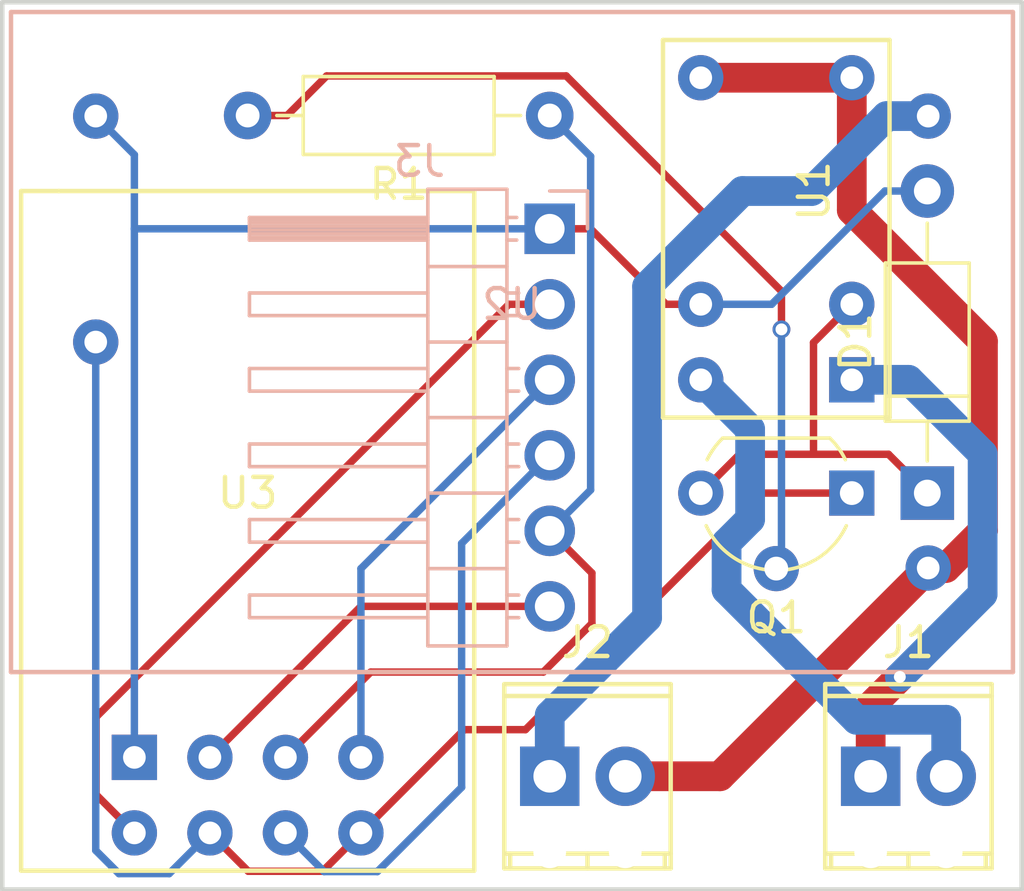
<source format=kicad_pcb>
(kicad_pcb (version 4) (host pcbnew 4.0.7)

  (general
    (links 22)
    (no_connects 0)
    (area 103.324999 81.645 138.305 119.930001)
    (thickness 1.6)
    (drawings 4)
    (tracks 85)
    (zones 0)
    (modules 9)
    (nets 14)
  )

  (page A4)
  (layers
    (0 F.Cu signal)
    (31 B.Cu signal)
    (32 B.Adhes user)
    (33 F.Adhes user)
    (34 B.Paste user)
    (35 F.Paste user)
    (36 B.SilkS user)
    (37 F.SilkS user)
    (38 B.Mask user)
    (39 F.Mask user)
    (40 Dwgs.User user)
    (41 Cmts.User user)
    (42 Eco1.User user)
    (43 Eco2.User user)
    (44 Edge.Cuts user)
    (45 Margin user)
    (46 B.CrtYd user)
    (47 F.CrtYd user)
    (48 B.Fab user)
    (49 F.Fab user)
  )

  (setup
    (last_trace_width 0.25)
    (trace_clearance 0.4)
    (zone_clearance 0.508)
    (zone_45_only no)
    (trace_min 0.2)
    (segment_width 0.2)
    (edge_width 0.15)
    (via_size 0.6)
    (via_drill 0.4)
    (via_min_size 0.4)
    (via_min_drill 0.3)
    (uvia_size 0.3)
    (uvia_drill 0.1)
    (uvias_allowed no)
    (uvia_min_size 0.2)
    (uvia_min_drill 0.1)
    (pcb_text_width 0.3)
    (pcb_text_size 1.5 1.5)
    (mod_edge_width 0.15)
    (mod_text_size 1 1)
    (mod_text_width 0.15)
    (pad_size 1.524 1.524)
    (pad_drill 0.762)
    (pad_to_mask_clearance 0.2)
    (aux_axis_origin 0 0)
    (visible_elements 7FFFFFFF)
    (pcbplotparams
      (layerselection 0x00030_80000001)
      (usegerberextensions false)
      (excludeedgelayer true)
      (linewidth 0.100000)
      (plotframeref false)
      (viasonmask false)
      (mode 1)
      (useauxorigin false)
      (hpglpennumber 1)
      (hpglpenspeed 20)
      (hpglpendiameter 15)
      (hpglpenoverlay 2)
      (psnegative false)
      (psa4output false)
      (plotreference true)
      (plotvalue true)
      (plotinvisibletext false)
      (padsonsilk false)
      (subtractmaskfromsilk false)
      (outputformat 1)
      (mirror false)
      (drillshape 1)
      (scaleselection 1)
      (outputdirectory ""))
  )

  (net 0 "")
  (net 1 "Net-(D1-Pad1)")
  (net 2 GND)
  (net 3 "Net-(J1-Pad2)")
  (net 4 "Net-(J1-Pad1)")
  (net 5 "Net-(J2-Pad1)")
  (net 6 "Net-(J3-Pad2)")
  (net 7 "Net-(J3-Pad3)")
  (net 8 "Net-(J3-Pad4)")
  (net 9 "Net-(J3-Pad5)")
  (net 10 "Net-(J3-Pad6)")
  (net 11 "Net-(Q1-Pad2)")
  (net 12 +3V3)
  (net 13 VAC)

  (net_class Default "This is the default net class."
    (clearance 0.4)
    (trace_width 0.25)
    (via_dia 0.6)
    (via_drill 0.4)
    (uvia_dia 0.3)
    (uvia_drill 0.1)
    (add_net +3V3)
    (add_net GND)
    (add_net "Net-(D1-Pad1)")
    (add_net "Net-(J3-Pad2)")
    (add_net "Net-(J3-Pad3)")
    (add_net "Net-(J3-Pad4)")
    (add_net "Net-(J3-Pad5)")
    (add_net "Net-(J3-Pad6)")
    (add_net "Net-(Q1-Pad2)")
  )

  (net_class AC ""
    (clearance 0.4)
    (trace_width 1)
    (via_dia 0.6)
    (via_drill 0.4)
    (uvia_dia 0.3)
    (uvia_drill 0.1)
    (add_net "Net-(J1-Pad1)")
    (add_net "Net-(J1-Pad2)")
    (add_net "Net-(J2-Pad1)")
    (add_net VAC)
  )

  (module TerminalBlocks_Phoenix:TerminalBlock_Phoenix_MPT-2.54mm_2pol (layer F.Cu) (tedit 59FF0755) (tstamp 5AC2FCB0)
    (at 132.715 116.205)
    (descr "2-way 2.54mm pitch terminal block, Phoenix MPT series")
    (path /5AC3071A)
    (fp_text reference J1 (at 1.27 -4.50088) (layer F.SilkS)
      (effects (font (size 1 1) (thickness 0.15)))
    )
    (fp_text value Out (at -3.175 1.905) (layer F.Fab)
      (effects (font (size 1 1) (thickness 0.15)))
    )
    (fp_text user %R (at 1.27 1.045) (layer F.Fab)
      (effects (font (size 1 1) (thickness 0.15)))
    )
    (fp_line (start -1.7 -3.3) (end 4.3 -3.3) (layer F.CrtYd) (width 0.05))
    (fp_line (start -1.7 3.3) (end -1.7 -3.3) (layer F.CrtYd) (width 0.05))
    (fp_line (start 4.3 3.3) (end -1.7 3.3) (layer F.CrtYd) (width 0.05))
    (fp_line (start 4.3 -3.3) (end 4.3 3.3) (layer F.CrtYd) (width 0.05))
    (fp_line (start 4.06908 2.60096) (end -1.52908 2.60096) (layer F.SilkS) (width 0.15))
    (fp_line (start -1.33096 3.0988) (end -1.33096 2.60096) (layer F.SilkS) (width 0.15))
    (fp_line (start 3.87096 2.60096) (end 3.87096 3.0988) (layer F.SilkS) (width 0.15))
    (fp_line (start 1.27 3.0988) (end 1.27 2.60096) (layer F.SilkS) (width 0.15))
    (fp_line (start -1.52908 -2.70002) (end 4.06908 -2.70002) (layer F.SilkS) (width 0.15))
    (fp_line (start -1.52908 3.0988) (end 4.06908 3.0988) (layer F.SilkS) (width 0.15))
    (fp_line (start 4.06908 3.0988) (end 4.06908 -3.0988) (layer F.SilkS) (width 0.15))
    (fp_line (start 4.06908 -3.0988) (end -1.52908 -3.0988) (layer F.SilkS) (width 0.15))
    (fp_line (start -1.52908 -3.0988) (end -1.52908 3.0988) (layer F.SilkS) (width 0.15))
    (pad 2 thru_hole oval (at 2.54 0) (size 1.99898 1.99898) (drill 1.09728) (layers *.Cu *.Mask)
      (net 3 "Net-(J1-Pad2)"))
    (pad 1 thru_hole rect (at 0 0) (size 1.99898 1.99898) (drill 1.09728) (layers *.Cu *.Mask)
      (net 4 "Net-(J1-Pad1)"))
    (pad "" np_thru_hole circle (at 0 2.54) (size 1.1 1.1) (drill 1.1) (layers *.Cu *.Mask))
    (pad "" np_thru_hole circle (at 2.54 2.54) (size 1.1 1.1) (drill 1.1) (layers *.Cu *.Mask))
    (model ${KISYS3DMOD}/TerminalBlock_Phoenix.3dshapes/TerminalBlock_Phoenix_MPT-2.54mm_2pol.wrl
      (at (xyz 0.05 0 0))
      (scale (xyz 1 1 1))
      (rotate (xyz 0 0 0))
    )
  )

  (module TerminalBlocks_Phoenix:TerminalBlock_Phoenix_MPT-2.54mm_2pol (layer F.Cu) (tedit 59FF0755) (tstamp 5AC2FCB8)
    (at 121.92 116.205)
    (descr "2-way 2.54mm pitch terminal block, Phoenix MPT series")
    (path /5AC30B00)
    (fp_text reference J2 (at 1.27 -4.50088) (layer F.SilkS)
      (effects (font (size 1 1) (thickness 0.15)))
    )
    (fp_text value AC (at 5.715 -1.27) (layer F.Fab)
      (effects (font (size 1 1) (thickness 0.15)))
    )
    (fp_text user %R (at 1.27 1.045 90) (layer F.Fab)
      (effects (font (size 1 1) (thickness 0.15)))
    )
    (fp_line (start -1.7 -3.3) (end 4.3 -3.3) (layer F.CrtYd) (width 0.05))
    (fp_line (start -1.7 3.3) (end -1.7 -3.3) (layer F.CrtYd) (width 0.05))
    (fp_line (start 4.3 3.3) (end -1.7 3.3) (layer F.CrtYd) (width 0.05))
    (fp_line (start 4.3 -3.3) (end 4.3 3.3) (layer F.CrtYd) (width 0.05))
    (fp_line (start 4.06908 2.60096) (end -1.52908 2.60096) (layer F.SilkS) (width 0.15))
    (fp_line (start -1.33096 3.0988) (end -1.33096 2.60096) (layer F.SilkS) (width 0.15))
    (fp_line (start 3.87096 2.60096) (end 3.87096 3.0988) (layer F.SilkS) (width 0.15))
    (fp_line (start 1.27 3.0988) (end 1.27 2.60096) (layer F.SilkS) (width 0.15))
    (fp_line (start -1.52908 -2.70002) (end 4.06908 -2.70002) (layer F.SilkS) (width 0.15))
    (fp_line (start -1.52908 3.0988) (end 4.06908 3.0988) (layer F.SilkS) (width 0.15))
    (fp_line (start 4.06908 3.0988) (end 4.06908 -3.0988) (layer F.SilkS) (width 0.15))
    (fp_line (start 4.06908 -3.0988) (end -1.52908 -3.0988) (layer F.SilkS) (width 0.15))
    (fp_line (start -1.52908 -3.0988) (end -1.52908 3.0988) (layer F.SilkS) (width 0.15))
    (pad 2 thru_hole oval (at 2.54 0) (size 1.99898 1.99898) (drill 1.09728) (layers *.Cu *.Mask)
      (net 13 VAC))
    (pad 1 thru_hole rect (at 0 0) (size 1.99898 1.99898) (drill 1.09728) (layers *.Cu *.Mask)
      (net 5 "Net-(J2-Pad1)"))
    (pad "" np_thru_hole circle (at 0 2.54) (size 1.1 1.1) (drill 1.1) (layers *.Cu *.Mask))
    (pad "" np_thru_hole circle (at 2.54 2.54) (size 1.1 1.1) (drill 1.1) (layers *.Cu *.Mask))
    (model ${KISYS3DMOD}/TerminalBlock_Phoenix.3dshapes/TerminalBlock_Phoenix_MPT-2.54mm_2pol.wrl
      (at (xyz 0.05 0 0))
      (scale (xyz 1 1 1))
      (rotate (xyz 0 0 0))
    )
  )

  (module Pin_Headers:Pin_Header_Angled_1x06_Pitch2.54mm (layer B.Cu) (tedit 59650532) (tstamp 5AC2FCC2)
    (at 121.92 97.79 180)
    (descr "Through hole angled pin header, 1x06, 2.54mm pitch, 6mm pin length, single row")
    (tags "Through hole angled pin header THT 1x06 2.54mm single row")
    (path /5AC30041)
    (fp_text reference J3 (at 4.385 2.27 180) (layer B.SilkS)
      (effects (font (size 1 1) (thickness 0.15)) (justify mirror))
    )
    (fp_text value Debug (at 4.385 -14.97 180) (layer B.Fab)
      (effects (font (size 1 1) (thickness 0.15)) (justify mirror))
    )
    (fp_line (start 2.135 1.27) (end 4.04 1.27) (layer B.Fab) (width 0.1))
    (fp_line (start 4.04 1.27) (end 4.04 -13.97) (layer B.Fab) (width 0.1))
    (fp_line (start 4.04 -13.97) (end 1.5 -13.97) (layer B.Fab) (width 0.1))
    (fp_line (start 1.5 -13.97) (end 1.5 0.635) (layer B.Fab) (width 0.1))
    (fp_line (start 1.5 0.635) (end 2.135 1.27) (layer B.Fab) (width 0.1))
    (fp_line (start -0.32 0.32) (end 1.5 0.32) (layer B.Fab) (width 0.1))
    (fp_line (start -0.32 0.32) (end -0.32 -0.32) (layer B.Fab) (width 0.1))
    (fp_line (start -0.32 -0.32) (end 1.5 -0.32) (layer B.Fab) (width 0.1))
    (fp_line (start 4.04 0.32) (end 10.04 0.32) (layer B.Fab) (width 0.1))
    (fp_line (start 10.04 0.32) (end 10.04 -0.32) (layer B.Fab) (width 0.1))
    (fp_line (start 4.04 -0.32) (end 10.04 -0.32) (layer B.Fab) (width 0.1))
    (fp_line (start -0.32 -2.22) (end 1.5 -2.22) (layer B.Fab) (width 0.1))
    (fp_line (start -0.32 -2.22) (end -0.32 -2.86) (layer B.Fab) (width 0.1))
    (fp_line (start -0.32 -2.86) (end 1.5 -2.86) (layer B.Fab) (width 0.1))
    (fp_line (start 4.04 -2.22) (end 10.04 -2.22) (layer B.Fab) (width 0.1))
    (fp_line (start 10.04 -2.22) (end 10.04 -2.86) (layer B.Fab) (width 0.1))
    (fp_line (start 4.04 -2.86) (end 10.04 -2.86) (layer B.Fab) (width 0.1))
    (fp_line (start -0.32 -4.76) (end 1.5 -4.76) (layer B.Fab) (width 0.1))
    (fp_line (start -0.32 -4.76) (end -0.32 -5.4) (layer B.Fab) (width 0.1))
    (fp_line (start -0.32 -5.4) (end 1.5 -5.4) (layer B.Fab) (width 0.1))
    (fp_line (start 4.04 -4.76) (end 10.04 -4.76) (layer B.Fab) (width 0.1))
    (fp_line (start 10.04 -4.76) (end 10.04 -5.4) (layer B.Fab) (width 0.1))
    (fp_line (start 4.04 -5.4) (end 10.04 -5.4) (layer B.Fab) (width 0.1))
    (fp_line (start -0.32 -7.3) (end 1.5 -7.3) (layer B.Fab) (width 0.1))
    (fp_line (start -0.32 -7.3) (end -0.32 -7.94) (layer B.Fab) (width 0.1))
    (fp_line (start -0.32 -7.94) (end 1.5 -7.94) (layer B.Fab) (width 0.1))
    (fp_line (start 4.04 -7.3) (end 10.04 -7.3) (layer B.Fab) (width 0.1))
    (fp_line (start 10.04 -7.3) (end 10.04 -7.94) (layer B.Fab) (width 0.1))
    (fp_line (start 4.04 -7.94) (end 10.04 -7.94) (layer B.Fab) (width 0.1))
    (fp_line (start -0.32 -9.84) (end 1.5 -9.84) (layer B.Fab) (width 0.1))
    (fp_line (start -0.32 -9.84) (end -0.32 -10.48) (layer B.Fab) (width 0.1))
    (fp_line (start -0.32 -10.48) (end 1.5 -10.48) (layer B.Fab) (width 0.1))
    (fp_line (start 4.04 -9.84) (end 10.04 -9.84) (layer B.Fab) (width 0.1))
    (fp_line (start 10.04 -9.84) (end 10.04 -10.48) (layer B.Fab) (width 0.1))
    (fp_line (start 4.04 -10.48) (end 10.04 -10.48) (layer B.Fab) (width 0.1))
    (fp_line (start -0.32 -12.38) (end 1.5 -12.38) (layer B.Fab) (width 0.1))
    (fp_line (start -0.32 -12.38) (end -0.32 -13.02) (layer B.Fab) (width 0.1))
    (fp_line (start -0.32 -13.02) (end 1.5 -13.02) (layer B.Fab) (width 0.1))
    (fp_line (start 4.04 -12.38) (end 10.04 -12.38) (layer B.Fab) (width 0.1))
    (fp_line (start 10.04 -12.38) (end 10.04 -13.02) (layer B.Fab) (width 0.1))
    (fp_line (start 4.04 -13.02) (end 10.04 -13.02) (layer B.Fab) (width 0.1))
    (fp_line (start 1.44 1.33) (end 1.44 -14.03) (layer B.SilkS) (width 0.12))
    (fp_line (start 1.44 -14.03) (end 4.1 -14.03) (layer B.SilkS) (width 0.12))
    (fp_line (start 4.1 -14.03) (end 4.1 1.33) (layer B.SilkS) (width 0.12))
    (fp_line (start 4.1 1.33) (end 1.44 1.33) (layer B.SilkS) (width 0.12))
    (fp_line (start 4.1 0.38) (end 10.1 0.38) (layer B.SilkS) (width 0.12))
    (fp_line (start 10.1 0.38) (end 10.1 -0.38) (layer B.SilkS) (width 0.12))
    (fp_line (start 10.1 -0.38) (end 4.1 -0.38) (layer B.SilkS) (width 0.12))
    (fp_line (start 4.1 0.32) (end 10.1 0.32) (layer B.SilkS) (width 0.12))
    (fp_line (start 4.1 0.2) (end 10.1 0.2) (layer B.SilkS) (width 0.12))
    (fp_line (start 4.1 0.08) (end 10.1 0.08) (layer B.SilkS) (width 0.12))
    (fp_line (start 4.1 -0.04) (end 10.1 -0.04) (layer B.SilkS) (width 0.12))
    (fp_line (start 4.1 -0.16) (end 10.1 -0.16) (layer B.SilkS) (width 0.12))
    (fp_line (start 4.1 -0.28) (end 10.1 -0.28) (layer B.SilkS) (width 0.12))
    (fp_line (start 1.11 0.38) (end 1.44 0.38) (layer B.SilkS) (width 0.12))
    (fp_line (start 1.11 -0.38) (end 1.44 -0.38) (layer B.SilkS) (width 0.12))
    (fp_line (start 1.44 -1.27) (end 4.1 -1.27) (layer B.SilkS) (width 0.12))
    (fp_line (start 4.1 -2.16) (end 10.1 -2.16) (layer B.SilkS) (width 0.12))
    (fp_line (start 10.1 -2.16) (end 10.1 -2.92) (layer B.SilkS) (width 0.12))
    (fp_line (start 10.1 -2.92) (end 4.1 -2.92) (layer B.SilkS) (width 0.12))
    (fp_line (start 1.042929 -2.16) (end 1.44 -2.16) (layer B.SilkS) (width 0.12))
    (fp_line (start 1.042929 -2.92) (end 1.44 -2.92) (layer B.SilkS) (width 0.12))
    (fp_line (start 1.44 -3.81) (end 4.1 -3.81) (layer B.SilkS) (width 0.12))
    (fp_line (start 4.1 -4.7) (end 10.1 -4.7) (layer B.SilkS) (width 0.12))
    (fp_line (start 10.1 -4.7) (end 10.1 -5.46) (layer B.SilkS) (width 0.12))
    (fp_line (start 10.1 -5.46) (end 4.1 -5.46) (layer B.SilkS) (width 0.12))
    (fp_line (start 1.042929 -4.7) (end 1.44 -4.7) (layer B.SilkS) (width 0.12))
    (fp_line (start 1.042929 -5.46) (end 1.44 -5.46) (layer B.SilkS) (width 0.12))
    (fp_line (start 1.44 -6.35) (end 4.1 -6.35) (layer B.SilkS) (width 0.12))
    (fp_line (start 4.1 -7.24) (end 10.1 -7.24) (layer B.SilkS) (width 0.12))
    (fp_line (start 10.1 -7.24) (end 10.1 -8) (layer B.SilkS) (width 0.12))
    (fp_line (start 10.1 -8) (end 4.1 -8) (layer B.SilkS) (width 0.12))
    (fp_line (start 1.042929 -7.24) (end 1.44 -7.24) (layer B.SilkS) (width 0.12))
    (fp_line (start 1.042929 -8) (end 1.44 -8) (layer B.SilkS) (width 0.12))
    (fp_line (start 1.44 -8.89) (end 4.1 -8.89) (layer B.SilkS) (width 0.12))
    (fp_line (start 4.1 -9.78) (end 10.1 -9.78) (layer B.SilkS) (width 0.12))
    (fp_line (start 10.1 -9.78) (end 10.1 -10.54) (layer B.SilkS) (width 0.12))
    (fp_line (start 10.1 -10.54) (end 4.1 -10.54) (layer B.SilkS) (width 0.12))
    (fp_line (start 1.042929 -9.78) (end 1.44 -9.78) (layer B.SilkS) (width 0.12))
    (fp_line (start 1.042929 -10.54) (end 1.44 -10.54) (layer B.SilkS) (width 0.12))
    (fp_line (start 1.44 -11.43) (end 4.1 -11.43) (layer B.SilkS) (width 0.12))
    (fp_line (start 4.1 -12.32) (end 10.1 -12.32) (layer B.SilkS) (width 0.12))
    (fp_line (start 10.1 -12.32) (end 10.1 -13.08) (layer B.SilkS) (width 0.12))
    (fp_line (start 10.1 -13.08) (end 4.1 -13.08) (layer B.SilkS) (width 0.12))
    (fp_line (start 1.042929 -12.32) (end 1.44 -12.32) (layer B.SilkS) (width 0.12))
    (fp_line (start 1.042929 -13.08) (end 1.44 -13.08) (layer B.SilkS) (width 0.12))
    (fp_line (start -1.27 0) (end -1.27 1.27) (layer B.SilkS) (width 0.12))
    (fp_line (start -1.27 1.27) (end 0 1.27) (layer B.SilkS) (width 0.12))
    (fp_line (start -1.8 1.8) (end -1.8 -14.5) (layer B.CrtYd) (width 0.05))
    (fp_line (start -1.8 -14.5) (end 10.55 -14.5) (layer B.CrtYd) (width 0.05))
    (fp_line (start 10.55 -14.5) (end 10.55 1.8) (layer B.CrtYd) (width 0.05))
    (fp_line (start 10.55 1.8) (end -1.8 1.8) (layer B.CrtYd) (width 0.05))
    (fp_text user %R (at 2.77 -6.35 450) (layer B.Fab)
      (effects (font (size 1 1) (thickness 0.15)) (justify mirror))
    )
    (pad 1 thru_hole rect (at 0 0 180) (size 1.7 1.7) (drill 1) (layers *.Cu *.Mask)
      (net 2 GND))
    (pad 2 thru_hole oval (at 0 -2.54 180) (size 1.7 1.7) (drill 1) (layers *.Cu *.Mask)
      (net 6 "Net-(J3-Pad2)"))
    (pad 3 thru_hole oval (at 0 -5.08 180) (size 1.7 1.7) (drill 1) (layers *.Cu *.Mask)
      (net 7 "Net-(J3-Pad3)"))
    (pad 4 thru_hole oval (at 0 -7.62 180) (size 1.7 1.7) (drill 1) (layers *.Cu *.Mask)
      (net 8 "Net-(J3-Pad4)"))
    (pad 5 thru_hole oval (at 0 -10.16 180) (size 1.7 1.7) (drill 1) (layers *.Cu *.Mask)
      (net 9 "Net-(J3-Pad5)"))
    (pad 6 thru_hole oval (at 0 -12.7 180) (size 1.7 1.7) (drill 1) (layers *.Cu *.Mask)
      (net 10 "Net-(J3-Pad6)"))
    (model ${KISYS3DMOD}/Pin_Headers.3dshapes/Pin_Header_Angled_1x06_Pitch2.54mm.wrl
      (at (xyz 0 0 0))
      (scale (xyz 1 1 1))
      (rotate (xyz 0 0 0))
    )
  )

  (module TO_SOT_Packages_THT:TO-92_Molded_Wide (layer F.Cu) (tedit 58CE52AF) (tstamp 5AC2FCC9)
    (at 132.08 106.68 180)
    (descr "TO-92 leads molded, wide, drill 0.8mm (see NXP sot054_po.pdf)")
    (tags "to-92 sc-43 sc-43a sot54 PA33 transistor")
    (path /5AC179BE)
    (fp_text reference Q1 (at 2.54 -4.19 360) (layer F.SilkS)
      (effects (font (size 1 1) (thickness 0.15)))
    )
    (fp_text value 2N3906 (at 6.985 -1.27 270) (layer F.Fab)
      (effects (font (size 1 1) (thickness 0.15)))
    )
    (fp_text user %R (at 2.54 -4.19 360) (layer F.Fab)
      (effects (font (size 1 1) (thickness 0.15)))
    )
    (fp_line (start 0.74 1.85) (end 4.34 1.85) (layer F.SilkS) (width 0.12))
    (fp_line (start 0.8 1.75) (end 4.3 1.75) (layer F.Fab) (width 0.1))
    (fp_line (start -1.01 -3.55) (end 6.09 -3.55) (layer F.CrtYd) (width 0.05))
    (fp_line (start -1.01 -3.55) (end -1.01 2.01) (layer F.CrtYd) (width 0.05))
    (fp_line (start 6.09 2.01) (end 6.09 -3.55) (layer F.CrtYd) (width 0.05))
    (fp_line (start 6.09 2.01) (end -1.01 2.01) (layer F.CrtYd) (width 0.05))
    (fp_arc (start 2.54 0) (end 0.74 1.85) (angle 20) (layer F.SilkS) (width 0.12))
    (fp_arc (start 2.54 0) (end 2.54 -2.6) (angle -65) (layer F.SilkS) (width 0.12))
    (fp_arc (start 2.54 0) (end 2.54 -2.6) (angle 65) (layer F.SilkS) (width 0.12))
    (fp_arc (start 2.54 0) (end 2.54 -2.48) (angle 135) (layer F.Fab) (width 0.1))
    (fp_arc (start 2.54 0) (end 2.54 -2.48) (angle -135) (layer F.Fab) (width 0.1))
    (fp_arc (start 2.54 0) (end 4.34 1.85) (angle -20) (layer F.SilkS) (width 0.12))
    (pad 2 thru_hole circle (at 2.54 -2.54 270) (size 1.52 1.52) (drill 0.8) (layers *.Cu *.Mask)
      (net 11 "Net-(Q1-Pad2)"))
    (pad 3 thru_hole circle (at 5.08 0 270) (size 1.52 1.52) (drill 0.8) (layers *.Cu *.Mask)
      (net 1 "Net-(D1-Pad1)"))
    (pad 1 thru_hole rect (at 0 0 270) (size 1.52 1.52) (drill 0.8) (layers *.Cu *.Mask)
      (net 12 +3V3))
    (model ${KISYS3DMOD}/TO_SOT_Packages_THT.3dshapes/TO-92_Molded_Wide.wrl
      (at (xyz 0.1 0 0))
      (scale (xyz 1 1 1))
      (rotate (xyz 0 0 -90))
    )
  )

  (module Resistors_THT:R_Axial_DIN0207_L6.3mm_D2.5mm_P10.16mm_Horizontal (layer F.Cu) (tedit 5874F706) (tstamp 5AC2FCCF)
    (at 121.92 93.98 180)
    (descr "Resistor, Axial_DIN0207 series, Axial, Horizontal, pin pitch=10.16mm, 0.25W = 1/4W, length*diameter=6.3*2.5mm^2, http://cdn-reichelt.de/documents/datenblatt/B400/1_4W%23YAG.pdf")
    (tags "Resistor Axial_DIN0207 series Axial Horizontal pin pitch 10.16mm 0.25W = 1/4W length 6.3mm diameter 2.5mm")
    (path /5AC17A35)
    (fp_text reference R1 (at 5.08 -2.31 180) (layer F.SilkS)
      (effects (font (size 1 1) (thickness 0.15)))
    )
    (fp_text value R470 (at 5.08 2.31 180) (layer F.Fab)
      (effects (font (size 1 1) (thickness 0.15)))
    )
    (fp_line (start 1.93 -1.25) (end 1.93 1.25) (layer F.Fab) (width 0.1))
    (fp_line (start 1.93 1.25) (end 8.23 1.25) (layer F.Fab) (width 0.1))
    (fp_line (start 8.23 1.25) (end 8.23 -1.25) (layer F.Fab) (width 0.1))
    (fp_line (start 8.23 -1.25) (end 1.93 -1.25) (layer F.Fab) (width 0.1))
    (fp_line (start 0 0) (end 1.93 0) (layer F.Fab) (width 0.1))
    (fp_line (start 10.16 0) (end 8.23 0) (layer F.Fab) (width 0.1))
    (fp_line (start 1.87 -1.31) (end 1.87 1.31) (layer F.SilkS) (width 0.12))
    (fp_line (start 1.87 1.31) (end 8.29 1.31) (layer F.SilkS) (width 0.12))
    (fp_line (start 8.29 1.31) (end 8.29 -1.31) (layer F.SilkS) (width 0.12))
    (fp_line (start 8.29 -1.31) (end 1.87 -1.31) (layer F.SilkS) (width 0.12))
    (fp_line (start 0.98 0) (end 1.87 0) (layer F.SilkS) (width 0.12))
    (fp_line (start 9.18 0) (end 8.29 0) (layer F.SilkS) (width 0.12))
    (fp_line (start -1.05 -1.6) (end -1.05 1.6) (layer F.CrtYd) (width 0.05))
    (fp_line (start -1.05 1.6) (end 11.25 1.6) (layer F.CrtYd) (width 0.05))
    (fp_line (start 11.25 1.6) (end 11.25 -1.6) (layer F.CrtYd) (width 0.05))
    (fp_line (start 11.25 -1.6) (end -1.05 -1.6) (layer F.CrtYd) (width 0.05))
    (pad 1 thru_hole circle (at 0 0 180) (size 1.6 1.6) (drill 0.8) (layers *.Cu *.Mask)
      (net 9 "Net-(J3-Pad5)"))
    (pad 2 thru_hole oval (at 10.16 0 180) (size 1.6 1.6) (drill 0.8) (layers *.Cu *.Mask)
      (net 11 "Net-(Q1-Pad2)"))
    (model ${KISYS3DMOD}/Resistors_THT.3dshapes/R_Axial_DIN0207_L6.3mm_D2.5mm_P10.16mm_Horizontal.wrl
      (at (xyz 0 0 0))
      (scale (xyz 0.393701 0.393701 0.393701))
      (rotate (xyz 0 0 0))
    )
  )

  (module espRelayFootprint:G5V-1-DC (layer F.Cu) (tedit 5AC2FD3E) (tstamp 5AC2FCDD)
    (at 129.54 99.06 90)
    (path /5AC1792D)
    (fp_text reference U1 (at 2.54 1.27 90) (layer F.SilkS)
      (effects (font (size 1 1) (thickness 0.15)))
    )
    (fp_text value G5V-1-DC3 (at 1.27 0 90) (layer F.Fab)
      (effects (font (size 1 1) (thickness 0.15)))
    )
    (fp_line (start 7.62 -3.81) (end 7.62 3.81) (layer F.SilkS) (width 0.15))
    (fp_line (start -5.08 -3.81) (end 7.62 -3.81) (layer F.SilkS) (width 0.15))
    (fp_line (start -5.08 3.81) (end 7.62 3.81) (layer F.SilkS) (width 0.15))
    (fp_line (start -5.08 -3.81) (end -5.08 3.81) (layer F.SilkS) (width 0.15))
    (pad 1 thru_hole rect (at -3.81 2.54 90) (size 1.524 1.524) (drill 0.762) (layers *.Cu *.Mask)
      (net 4 "Net-(J1-Pad1)"))
    (pad 10 thru_hole circle (at -3.81 -2.54 90) (size 1.524 1.524) (drill 0.762) (layers *.Cu *.Mask)
      (net 3 "Net-(J1-Pad2)"))
    (pad 9 thru_hole circle (at -1.27 -2.54 90) (size 1.524 1.524) (drill 0.762) (layers *.Cu *.Mask)
      (net 2 GND))
    (pad 2 thru_hole circle (at -1.27 2.54 90) (size 1.524 1.524) (drill 0.762) (layers *.Cu *.Mask)
      (net 1 "Net-(D1-Pad1)"))
    (pad 6 thru_hole circle (at 6.35 -2.54 90) (size 1.524 1.524) (drill 0.762) (layers *.Cu *.Mask)
      (net 13 VAC))
    (pad 5 thru_hole circle (at 6.35 2.54 90) (size 1.524 1.524) (drill 0.762) (layers *.Cu *.Mask)
      (net 13 VAC))
  )

  (module espRelayFootprint:IRM-02 (layer B.Cu) (tedit 5AC2FDD2) (tstamp 5AC2FCE9)
    (at 120.65 101.6)
    (path /5AC174C4)
    (fp_text reference U2 (at 0 -1.27) (layer B.SilkS)
      (effects (font (size 1 1) (thickness 0.15)) (justify mirror))
    )
    (fp_text value IRM-02-3.3 (at 0 0.5) (layer B.Fab)
      (effects (font (size 1 1) (thickness 0.15)) (justify mirror))
    )
    (fp_line (start -16.85 -11.1) (end 16.85 -11.1) (layer B.SilkS) (width 0.15))
    (fp_line (start -16.85 -11.1) (end -16.85 11.1) (layer B.SilkS) (width 0.15))
    (fp_line (start -16.85 11.1) (end 16.85 11.1) (layer B.SilkS) (width 0.15))
    (fp_line (start 16.85 -11.1) (end 16.85 11.1) (layer B.SilkS) (width 0.15))
    (pad 13 thru_hole circle (at -14 -7.6) (size 1.524 1.524) (drill 0.762) (layers *.Cu *.Mask)
      (net 2 GND))
    (pad 12 thru_hole circle (at -14 0) (size 1.524 1.524) (drill 0.762) (layers *.Cu *.Mask)
      (net 12 +3V3))
    (pad 1 thru_hole circle (at 14 7.6) (size 1.524 1.524) (drill 0.762) (layers *.Cu *.Mask)
      (net 13 VAC))
    (pad 24 thru_hole circle (at 14 -7.6) (size 1.524 1.524) (drill 0.762) (layers *.Cu *.Mask)
      (net 5 "Net-(J2-Pad1)"))
  )

  (module espRelayFootprint:ESP8266-01 (layer F.Cu) (tedit 5AC2FD8A) (tstamp 5AC2FCFA)
    (at 111.76 105.41)
    (path /5AC171EA)
    (fp_text reference U3 (at 0 1.27) (layer F.SilkS)
      (effects (font (size 1 1) (thickness 0.15)))
    )
    (fp_text value ESP8266 (at 0 -0.5) (layer F.Fab)
      (effects (font (size 1 1) (thickness 0.15)))
    )
    (fp_line (start -7.62 -8.89) (end -7.62 13.97) (layer F.SilkS) (width 0.15))
    (fp_line (start 7.62 -8.89) (end 7.62 13.97) (layer F.SilkS) (width 0.15))
    (fp_line (start -7.62 13.97) (end 7.62 13.97) (layer F.SilkS) (width 0.15))
    (fp_line (start 7.62 -8.89) (end -6.35 -8.89) (layer F.SilkS) (width 0.15))
    (fp_line (start -6.35 -8.89) (end -7.62 -8.89) (layer F.SilkS) (width 0.15))
    (pad 1 thru_hole rect (at -3.81 10.16) (size 1.524 1.524) (drill 0.762) (layers *.Cu *.Mask)
      (net 2 GND))
    (pad 3 thru_hole circle (at -1.27 10.16) (size 1.524 1.524) (drill 0.762) (layers *.Cu *.Mask)
      (net 10 "Net-(J3-Pad6)"))
    (pad 5 thru_hole circle (at 1.27 10.16) (size 1.524 1.524) (drill 0.762) (layers *.Cu *.Mask)
      (net 9 "Net-(J3-Pad5)"))
    (pad 7 thru_hole circle (at 3.81 10.16) (size 1.524 1.524) (drill 0.762) (layers *.Cu *.Mask)
      (net 7 "Net-(J3-Pad3)"))
    (pad 2 thru_hole circle (at -3.81 12.7) (size 1.524 1.524) (drill 0.762) (layers *.Cu *.Mask)
      (net 6 "Net-(J3-Pad2)"))
    (pad 4 thru_hole circle (at -1.27 12.7) (size 1.524 1.524) (drill 0.762) (layers *.Cu *.Mask)
      (net 12 +3V3))
    (pad 6 thru_hole circle (at 1.27 12.7) (size 1.524 1.524) (drill 0.762) (layers *.Cu *.Mask)
      (net 8 "Net-(J3-Pad4)"))
    (pad 8 thru_hole circle (at 3.81 12.7) (size 1.524 1.524) (drill 0.762) (layers *.Cu *.Mask)
      (net 12 +3V3))
  )

  (module Diodes_THT:D_A-405_P10.16mm_Horizontal (layer F.Cu) (tedit 5921392E) (tstamp 5AC2FCA8)
    (at 134.62 106.68 90)
    (descr "D, A-405 series, Axial, Horizontal, pin pitch=10.16mm, , length*diameter=5.2*2.7mm^2, , http://www.diodes.com/_files/packages/A-405.pdf")
    (tags "D A-405 series Axial Horizontal pin pitch 10.16mm  length 5.2mm diameter 2.7mm")
    (path /5AC17B30)
    (fp_text reference D1 (at 5.08 -2.41 90) (layer F.SilkS)
      (effects (font (size 1 1) (thickness 0.15)))
    )
    (fp_text value D (at 5.08 2.41 90) (layer F.Fab)
      (effects (font (size 1 1) (thickness 0.15)))
    )
    (fp_text user %R (at 5.08 0 90) (layer F.Fab)
      (effects (font (size 1 1) (thickness 0.15)))
    )
    (fp_line (start 2.48 -1.35) (end 2.48 1.35) (layer F.Fab) (width 0.1))
    (fp_line (start 2.48 1.35) (end 7.68 1.35) (layer F.Fab) (width 0.1))
    (fp_line (start 7.68 1.35) (end 7.68 -1.35) (layer F.Fab) (width 0.1))
    (fp_line (start 7.68 -1.35) (end 2.48 -1.35) (layer F.Fab) (width 0.1))
    (fp_line (start 0 0) (end 2.48 0) (layer F.Fab) (width 0.1))
    (fp_line (start 10.16 0) (end 7.68 0) (layer F.Fab) (width 0.1))
    (fp_line (start 3.26 -1.35) (end 3.26 1.35) (layer F.Fab) (width 0.1))
    (fp_line (start 2.42 -1.41) (end 2.42 1.41) (layer F.SilkS) (width 0.12))
    (fp_line (start 2.42 1.41) (end 7.74 1.41) (layer F.SilkS) (width 0.12))
    (fp_line (start 7.74 1.41) (end 7.74 -1.41) (layer F.SilkS) (width 0.12))
    (fp_line (start 7.74 -1.41) (end 2.42 -1.41) (layer F.SilkS) (width 0.12))
    (fp_line (start 1.08 0) (end 2.42 0) (layer F.SilkS) (width 0.12))
    (fp_line (start 9.08 0) (end 7.74 0) (layer F.SilkS) (width 0.12))
    (fp_line (start 3.26 -1.41) (end 3.26 1.41) (layer F.SilkS) (width 0.12))
    (fp_line (start -1.15 -1.7) (end -1.15 1.7) (layer F.CrtYd) (width 0.05))
    (fp_line (start -1.15 1.7) (end 11.35 1.7) (layer F.CrtYd) (width 0.05))
    (fp_line (start 11.35 1.7) (end 11.35 -1.7) (layer F.CrtYd) (width 0.05))
    (fp_line (start 11.35 -1.7) (end -1.15 -1.7) (layer F.CrtYd) (width 0.05))
    (pad 1 thru_hole rect (at 0 0 90) (size 1.8 1.8) (drill 0.9) (layers *.Cu *.Mask)
      (net 1 "Net-(D1-Pad1)"))
    (pad 2 thru_hole oval (at 10.16 0 90) (size 1.8 1.8) (drill 0.9) (layers *.Cu *.Mask)
      (net 2 GND))
    (model ${KISYS3DMOD}/Diodes_THT.3dshapes/D_A-405_P10.16mm_Horizontal.wrl
      (at (xyz 0 0 0))
      (scale (xyz 0.393701 0.393701 0.393701))
      (rotate (xyz 0 0 0))
    )
  )

  (gr_line (start 103.505 120.015) (end 103.505 90.17) (layer Edge.Cuts) (width 0.15))
  (gr_line (start 137.795 120.015) (end 103.505 120.015) (layer Edge.Cuts) (width 0.15))
  (gr_line (start 137.795 90.17) (end 137.795 120.015) (layer Edge.Cuts) (width 0.15))
  (gr_line (start 103.505 90.17) (end 137.795 90.17) (layer Edge.Cuts) (width 0.15))

  (segment (start 130.7926 101.6174) (end 132.08 100.33) (width 0.25) (layer F.Cu) (net 1))
  (segment (start 130.7926 105.3744) (end 130.7926 101.6174) (width 0.25) (layer F.Cu) (net 1))
  (segment (start 133.3144 105.3744) (end 130.7926 105.3744) (width 0.25) (layer F.Cu) (net 1))
  (segment (start 134.62 106.68) (end 133.3144 105.3744) (width 0.25) (layer F.Cu) (net 1))
  (segment (start 128.3056 105.3744) (end 127 106.68) (width 0.25) (layer F.Cu) (net 1))
  (segment (start 130.7926 105.3744) (end 128.3056 105.3744) (width 0.25) (layer F.Cu) (net 1))
  (segment (start 125.8353 100.33) (end 123.2953 97.79) (width 0.25) (layer F.Cu) (net 2))
  (segment (start 127 100.33) (end 125.8353 100.33) (width 0.25) (layer F.Cu) (net 2))
  (segment (start 121.92 97.79) (end 123.2953 97.79) (width 0.25) (layer F.Cu) (net 2))
  (segment (start 121.92 97.79) (end 107.95 97.79) (width 0.25) (layer B.Cu) (net 2))
  (segment (start 107.95 115.57) (end 107.95 97.79) (width 0.25) (layer B.Cu) (net 2))
  (segment (start 107.95 95.3) (end 106.65 94) (width 0.25) (layer B.Cu) (net 2))
  (segment (start 107.95 97.79) (end 107.95 95.3) (width 0.25) (layer B.Cu) (net 2))
  (segment (start 129.3847 100.33) (end 127 100.33) (width 0.25) (layer B.Cu) (net 2))
  (segment (start 133.1947 96.52) (end 129.3847 100.33) (width 0.25) (layer B.Cu) (net 2))
  (segment (start 134.62 96.52) (end 133.1947 96.52) (width 0.25) (layer B.Cu) (net 2))
  (segment (start 135.255 116.205) (end 135.255 114.3052) (width 1) (layer B.Cu) (net 3))
  (segment (start 132.2402 114.3052) (end 135.255 114.3052) (width 1) (layer B.Cu) (net 3))
  (segment (start 127.8685 109.9335) (end 132.2402 114.3052) (width 1) (layer B.Cu) (net 3))
  (segment (start 127.8685 108.3516) (end 127.8685 109.9335) (width 1) (layer B.Cu) (net 3))
  (segment (start 128.6604 107.5597) (end 127.8685 108.3516) (width 1) (layer B.Cu) (net 3))
  (segment (start 128.6604 104.5304) (end 128.6604 107.5597) (width 1) (layer B.Cu) (net 3))
  (segment (start 127 102.87) (end 128.6604 104.5304) (width 1) (layer B.Cu) (net 3))
  (via (at 133.6957 112.863) (size 0.6) (layers F.Cu B.Cu) (net 4))
  (segment (start 136.4803 110.0784) (end 133.6957 112.863) (width 1) (layer B.Cu) (net 4))
  (segment (start 136.4803 105.3598) (end 136.4803 110.0784) (width 1) (layer B.Cu) (net 4))
  (segment (start 133.9905 102.87) (end 136.4803 105.3598) (width 1) (layer B.Cu) (net 4))
  (segment (start 132.08 102.87) (end 133.9905 102.87) (width 1) (layer B.Cu) (net 4))
  (segment (start 132.715 113.8437) (end 132.715 116.205) (width 1) (layer F.Cu) (net 4))
  (segment (start 133.6957 112.863) (end 132.715 113.8437) (width 1) (layer F.Cu) (net 4))
  (segment (start 121.92 114.151) (end 121.92 116.205) (width 1) (layer B.Cu) (net 5))
  (segment (start 125.1946 110.8764) (end 121.92 114.151) (width 1) (layer B.Cu) (net 5))
  (segment (start 125.1946 99.7289) (end 125.1946 110.8764) (width 1) (layer B.Cu) (net 5))
  (segment (start 128.4035 96.52) (end 125.1946 99.7289) (width 1) (layer B.Cu) (net 5))
  (segment (start 130.7302 96.52) (end 128.4035 96.52) (width 1) (layer B.Cu) (net 5))
  (segment (start 133.2502 94) (end 130.7302 96.52) (width 1) (layer B.Cu) (net 5))
  (segment (start 134.65 94) (end 133.2502 94) (width 1) (layer B.Cu) (net 5))
  (segment (start 106.6626 114.2121) (end 120.5447 100.33) (width 0.25) (layer F.Cu) (net 6))
  (segment (start 106.6626 116.8226) (end 106.6626 114.2121) (width 0.25) (layer F.Cu) (net 6))
  (segment (start 107.95 118.11) (end 106.6626 116.8226) (width 0.25) (layer F.Cu) (net 6))
  (segment (start 121.92 100.33) (end 120.5447 100.33) (width 0.25) (layer F.Cu) (net 6))
  (segment (start 115.57 109.22) (end 121.92 102.87) (width 0.25) (layer B.Cu) (net 7))
  (segment (start 115.57 115.57) (end 115.57 109.22) (width 0.25) (layer B.Cu) (net 7))
  (segment (start 118.9568 108.3732) (end 121.92 105.41) (width 0.25) (layer B.Cu) (net 8))
  (segment (start 118.9568 116.5768) (end 118.9568 108.3732) (width 0.25) (layer B.Cu) (net 8))
  (segment (start 116.1225 119.4111) (end 118.9568 116.5768) (width 0.25) (layer B.Cu) (net 8))
  (segment (start 114.3311 119.4111) (end 116.1225 119.4111) (width 0.25) (layer B.Cu) (net 8))
  (segment (start 113.03 118.11) (end 114.3311 119.4111) (width 0.25) (layer B.Cu) (net 8))
  (segment (start 123.2954 106.5746) (end 121.92 107.95) (width 0.25) (layer B.Cu) (net 9))
  (segment (start 123.2954 95.3554) (end 123.2954 106.5746) (width 0.25) (layer B.Cu) (net 9))
  (segment (start 121.92 93.98) (end 123.2954 95.3554) (width 0.25) (layer B.Cu) (net 9))
  (segment (start 123.3395 109.3695) (end 121.92 107.95) (width 0.25) (layer F.Cu) (net 9))
  (segment (start 123.3395 111.0645) (end 123.3395 109.3695) (width 0.25) (layer F.Cu) (net 9))
  (segment (start 121.7041 112.6999) (end 123.3395 111.0645) (width 0.25) (layer F.Cu) (net 9))
  (segment (start 115.9001 112.6999) (end 121.7041 112.6999) (width 0.25) (layer F.Cu) (net 9))
  (segment (start 113.03 115.57) (end 115.9001 112.6999) (width 0.25) (layer F.Cu) (net 9))
  (segment (start 115.57 110.49) (end 121.92 110.49) (width 0.25) (layer F.Cu) (net 10))
  (segment (start 110.49 115.57) (end 115.57 110.49) (width 0.25) (layer F.Cu) (net 10))
  (via (at 129.7149 101.1734) (size 0.6) (layers F.Cu B.Cu) (net 11))
  (segment (start 111.76 93.98) (end 113.0853 93.98) (width 0.25) (layer F.Cu) (net 11))
  (segment (start 129.7149 109.0451) (end 129.7149 101.1734) (width 0.25) (layer B.Cu) (net 11))
  (segment (start 129.54 109.22) (end 129.7149 109.0451) (width 0.25) (layer B.Cu) (net 11))
  (segment (start 129.7149 99.8892) (end 129.7149 101.1734) (width 0.25) (layer F.Cu) (net 11))
  (segment (start 122.4738 92.6481) (end 129.7149 99.8892) (width 0.25) (layer F.Cu) (net 11))
  (segment (start 114.4172 92.6481) (end 122.4738 92.6481) (width 0.25) (layer F.Cu) (net 11))
  (segment (start 113.0853 93.98) (end 114.4172 92.6481) (width 0.25) (layer F.Cu) (net 11))
  (segment (start 106.65 118.699) (end 106.65 101.6) (width 0.25) (layer B.Cu) (net 12))
  (segment (start 107.4306 119.4796) (end 106.65 118.699) (width 0.25) (layer B.Cu) (net 12))
  (segment (start 109.1204 119.4796) (end 107.4306 119.4796) (width 0.25) (layer B.Cu) (net 12))
  (segment (start 110.49 118.11) (end 109.1204 119.4796) (width 0.25) (layer B.Cu) (net 12))
  (segment (start 119.0427 114.6373) (end 115.57 118.11) (width 0.25) (layer F.Cu) (net 12))
  (segment (start 121.1042 114.6373) (end 119.0427 114.6373) (width 0.25) (layer F.Cu) (net 12))
  (segment (start 129.0615 106.68) (end 121.1042 114.6373) (width 0.25) (layer F.Cu) (net 12))
  (segment (start 132.08 106.68) (end 129.0615 106.68) (width 0.25) (layer F.Cu) (net 12))
  (segment (start 111.7813 119.4013) (end 110.49 118.11) (width 0.25) (layer F.Cu) (net 12))
  (segment (start 114.2787 119.4013) (end 111.7813 119.4013) (width 0.25) (layer F.Cu) (net 12))
  (segment (start 115.57 118.11) (end 114.2787 119.4013) (width 0.25) (layer F.Cu) (net 12))
  (segment (start 132.08 92.71) (end 127 92.71) (width 1) (layer F.Cu) (net 13))
  (segment (start 127.645 116.205) (end 134.65 109.2) (width 1) (layer F.Cu) (net 13))
  (segment (start 124.46 116.205) (end 127.645 116.205) (width 1) (layer F.Cu) (net 13))
  (segment (start 132.08 97.1619) (end 132.08 92.71) (width 1) (layer F.Cu) (net 13))
  (segment (start 136.4918 101.5737) (end 132.08 97.1619) (width 1) (layer F.Cu) (net 13))
  (segment (start 136.4918 107.9513) (end 136.4918 101.5737) (width 1) (layer F.Cu) (net 13))
  (segment (start 135.2431 109.2) (end 136.4918 107.9513) (width 1) (layer F.Cu) (net 13))
  (segment (start 134.65 109.2) (end 135.2431 109.2) (width 1) (layer F.Cu) (net 13))

)

</source>
